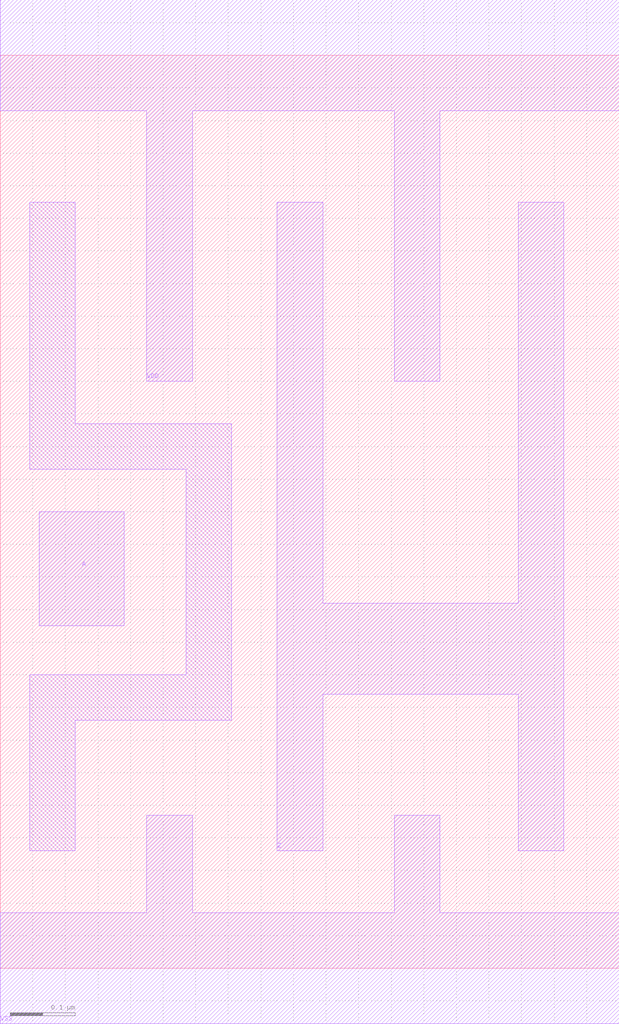
<source format=lef>
# 
# ******************************************************************************
# *                                                                            *
# *                   Copyright (C) 2004-2010, Nangate Inc.                    *
# *                           All rights reserved.                             *
# *                                                                            *
# * Nangate and the Nangate logo are trademarks of Nangate Inc.                *
# *                                                                            *
# * All trademarks, logos, software marks, and trade names (collectively the   *
# * "Marks") in this program are proprietary to Nangate or other respective    *
# * owners that have granted Nangate the right and license to use such Marks.  *
# * You are not permitted to use the Marks without the prior written consent   *
# * of Nangate or such third party that may own the Marks.                     *
# *                                                                            *
# * This file has been provided pursuant to a License Agreement containing     *
# * restrictions on its use. This file contains valuable trade secrets and     *
# * proprietary information of Nangate Inc., and is protected by U.S. and      *
# * international laws and/or treaties.                                        *
# *                                                                            *
# * The copyright notice(s) in this file does not indicate actual or intended  *
# * publication of this file.                                                  *
# *                                                                            *
# *     NGLibraryCreator, v2010.08-HR32-SP3-2010-08-05 - build 1009061800      *
# *                                                                            *
# ******************************************************************************
# 
# 
# Running on brazil06.nangate.com.br for user Giancarlo Franciscatto (gfr).
# Local time is now Fri, 3 Dec 2010, 19:32:18.
# Main process id is 27821.

VERSION 5.6 ;
BUSBITCHARS "[]" ;
DIVIDERCHAR "/" ;

MACRO CLKBUF_X3
  CLASS core ;
  FOREIGN CLKBUF_X3 0.0 0.0 ;
  ORIGIN 0 0 ;
  SYMMETRY X Y ;
  SITE FreePDK45_38x28_10R_NP_162NW_34O ;
  SIZE 0.95 BY 1.4 ;
  PIN A
    DIRECTION INPUT ;
    ANTENNAPARTIALMETALAREA 0.02275 LAYER metal1 ;
    ANTENNAPARTIALMETALSIDEAREA 0.0793 LAYER metal1 ;
    ANTENNAGATEAREA 0.04125 ;
    PORT
      LAYER metal1 ;
        POLYGON 0.06 0.525 0.19 0.525 0.19 0.7 0.06 0.7  ;
    END
  END A
  PIN Z
    DIRECTION OUTPUT ;
    ANTENNAPARTIALMETALAREA 0.1813 LAYER metal1 ;
    ANTENNAPARTIALMETALSIDEAREA 0.5954 LAYER metal1 ;
    ANTENNADIFFAREA 0.202125 ;
    PORT
      LAYER metal1 ;
        POLYGON 0.425 0.18 0.495 0.18 0.495 0.42 0.795 0.42 0.795 0.18 0.865 0.18 0.865 1.175 0.795 1.175 0.795 0.56 0.495 0.56 0.495 1.175 0.425 1.175  ;
    END
  END Z
  PIN VDD
    DIRECTION INOUT ;
    USE power ;
    SHAPE ABUTMENT ;
    PORT
      LAYER metal1 ;
        POLYGON 0 1.315 0.225 1.315 0.225 0.9 0.295 0.9 0.295 1.315 0.355 1.315 0.605 1.315 0.605 0.9 0.675 0.9 0.675 1.315 0.95 1.315 0.95 1.485 0.355 1.485 0 1.485  ;
    END
  END VDD
  PIN VSS
    DIRECTION INOUT ;
    USE ground ;
    SHAPE ABUTMENT ;
    PORT
      LAYER metal1 ;
        POLYGON 0 -0.085 0.95 -0.085 0.95 0.085 0.675 0.085 0.675 0.235 0.605 0.235 0.605 0.085 0.295 0.085 0.295 0.235 0.225 0.235 0.225 0.085 0 0.085  ;
    END
  END VSS
  OBS
      LAYER metal1 ;
        POLYGON 0.045 0.765 0.285 0.765 0.285 0.45 0.045 0.45 0.045 0.18 0.115 0.18 0.115 0.38 0.355 0.38 0.355 0.835 0.115 0.835 0.115 1.175 0.045 1.175  ;
  END
END CLKBUF_X3

END LIBRARY
#
# End of file
#

</source>
